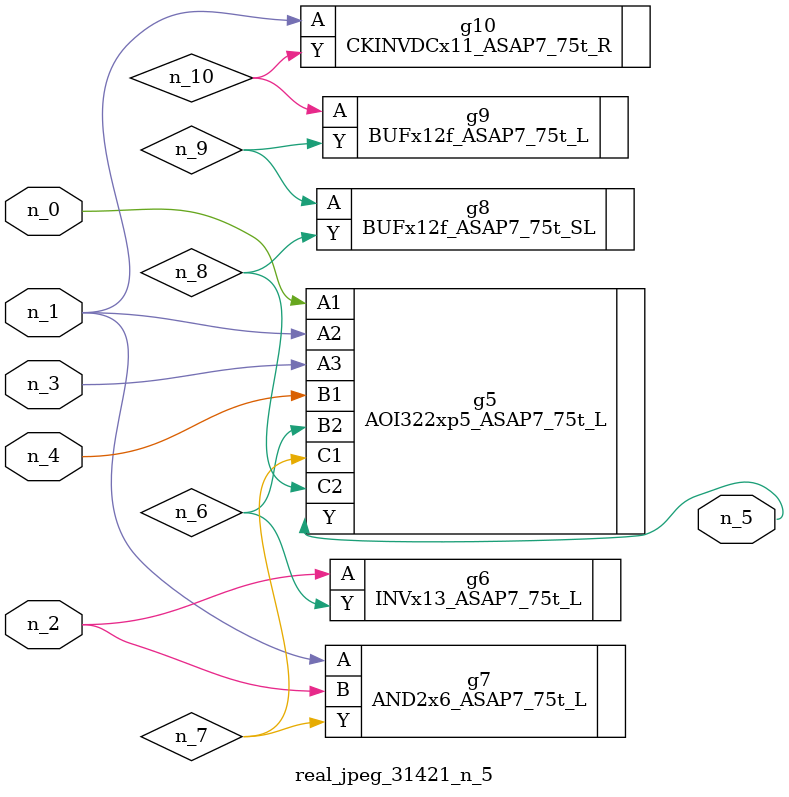
<source format=v>
module real_jpeg_31421_n_5 (n_4, n_0, n_1, n_2, n_3, n_5);

input n_4;
input n_0;
input n_1;
input n_2;
input n_3;

output n_5;

wire n_8;
wire n_6;
wire n_7;
wire n_10;
wire n_9;

AOI322xp5_ASAP7_75t_L g5 ( 
.A1(n_0),
.A2(n_1),
.A3(n_3),
.B1(n_4),
.B2(n_6),
.C1(n_7),
.C2(n_8),
.Y(n_5)
);

AND2x6_ASAP7_75t_L g7 ( 
.A(n_1),
.B(n_2),
.Y(n_7)
);

CKINVDCx11_ASAP7_75t_R g10 ( 
.A(n_1),
.Y(n_10)
);

INVx13_ASAP7_75t_L g6 ( 
.A(n_2),
.Y(n_6)
);

BUFx12f_ASAP7_75t_SL g8 ( 
.A(n_9),
.Y(n_8)
);

BUFx12f_ASAP7_75t_L g9 ( 
.A(n_10),
.Y(n_9)
);


endmodule
</source>
